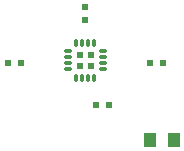
<source format=gbr>
G04 #@! TF.FileFunction,Paste,Top*
%FSLAX46Y46*%
G04 Gerber Fmt 4.6, Leading zero omitted, Abs format (unit mm)*
G04 Created by KiCad (PCBNEW 4.0.2-stable) date Sun Mar 13 22:44:34 2016*
%MOMM*%
G01*
G04 APERTURE LIST*
%ADD10C,0.100000*%
%ADD11R,0.600000X0.500000*%
%ADD12R,1.000000X1.250000*%
%ADD13R,0.500000X0.600000*%
%ADD14O,0.750000X0.300000*%
%ADD15O,0.300000X0.750000*%
%ADD16R,0.540000X0.540000*%
G04 APERTURE END LIST*
D10*
D11*
X149400000Y-110500000D03*
X150500000Y-110500000D03*
X141950000Y-107000000D03*
X143050000Y-107000000D03*
X155050000Y-107000000D03*
X153950000Y-107000000D03*
D12*
X154000000Y-113500000D03*
X156000000Y-113500000D03*
D13*
X148500000Y-102250000D03*
X148500000Y-103350000D03*
D14*
X149975000Y-107500000D03*
X149975000Y-107000000D03*
X149975000Y-106500000D03*
X149975000Y-106000000D03*
D15*
X149250000Y-105275000D03*
X148750000Y-105275000D03*
X148250000Y-105275000D03*
X147750000Y-105275000D03*
D14*
X147025000Y-106000000D03*
X147025000Y-106500000D03*
X147025000Y-107000000D03*
X147025000Y-107500000D03*
D15*
X147750000Y-108225000D03*
X148250000Y-108225000D03*
X148750000Y-108225000D03*
X149250000Y-108225000D03*
D16*
X148050000Y-106300000D03*
X148050000Y-107200000D03*
X148950000Y-106300000D03*
X148950000Y-107200000D03*
M02*

</source>
